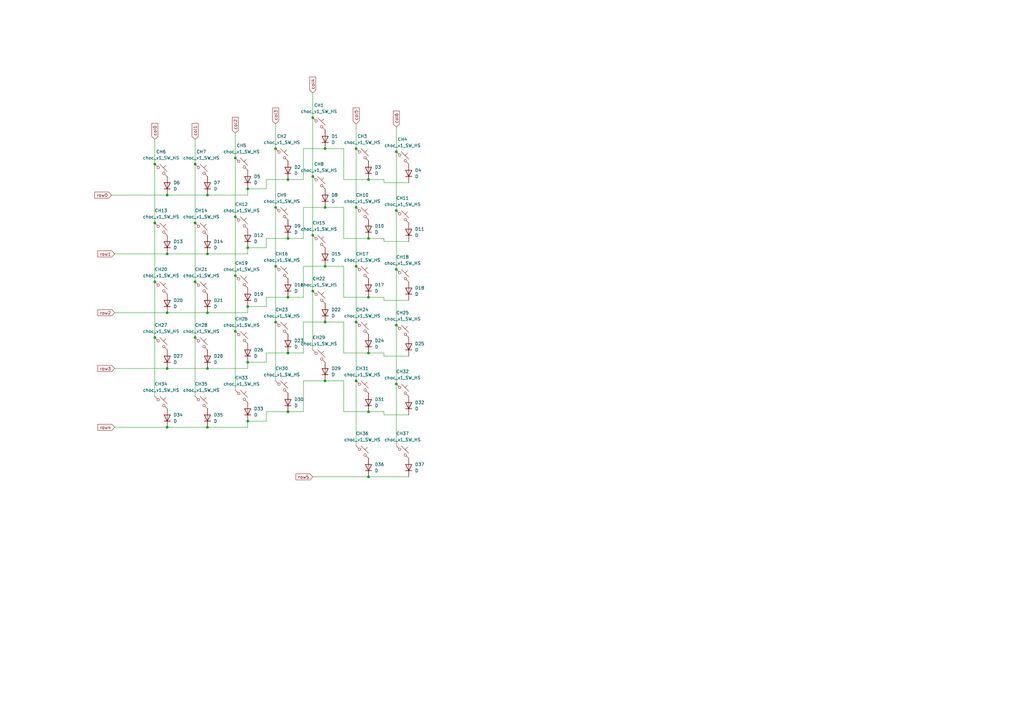
<source format=kicad_sch>
(kicad_sch (version 20231120) (generator "eeschema") (generator_version "8.0")
  (paper "A3")
  (lib_symbols
    (symbol "Device:D" (pin_numbers hide) (pin_names (offset 1.016) hide)
      (property "Reference" "D" (at 0 2.54 0))
      (property "Value" "D" (at 0 -2.54 0))
      (symbol "D_0_1"
        (polyline (pts (xy -1.27 1.27) (xy -1.27 -1.27)) (stroke (width 0.254)))
        (polyline (pts (xy 1.27 0) (xy -1.27 0)))
        (polyline (pts (xy 1.27 1.27) (xy 1.27 -1.27) (xy -1.27 0) (xy 1.27 1.27)) (stroke (width 0.254)))
      )
      (symbol "D_1_1"
        (pin passive line (at -3.81 0 0) (length 2.54) (name "K") (number "1"))
        (pin passive line (at 3.81 0 180) (length 2.54) (name "A") (number "2"))
      )
    )
    (symbol "PCM_marbastlib-choc:choc_v1_SW_HS_CPG135001S30" (pin_numbers hide) (pin_names (offset 1.016) hide)
      (property "Reference" "CH" (at 3.048 1.016 0))
      (property "Value" "choc_v1_SW_HS" (at 0 -3.81 0))
      (symbol "choc_v1_SW_HS_CPG135001S30_0_1"
        (circle (center -1.1684 1.1684) (radius 0.508))
        (polyline (pts (xy -0.508 2.54) (xy 2.54 -0.508)))
        (polyline (pts (xy 1.016 1.016) (xy 2.032 2.032)))
        (polyline (pts (xy -2.54 2.54) (xy -1.524 1.524) (xy -1.524 1.524)))
        (polyline (pts (xy 1.524 -1.524) (xy 2.54 -2.54) (xy 2.54 -2.54) (xy 2.54 -2.54)))
        (circle (center 1.143 -1.1938) (radius 0.508))
        (pin passive line (at -2.54 2.54 0) (length 0) (name "1") (number "1"))
        (pin passive line (at 2.54 -2.54 180) (length 0) (name "2") (number "2"))
      )
    )
  )
  (junction (at 80.01 115.57))
  (junction (at 118.11 121.92))
  (junction (at 96.52 113.03))
  (junction (at 146.05 132.08))
  (junction (at 133.35 109.22))
  (junction (at 118.11 168.91))
  (junction (at 128.27 96.52))
  (junction (at 151.13 73.66))
  (junction (at 118.11 144.78))
  (junction (at 96.52 64.77))
  (junction (at 68.58 175.26))
  (junction (at 80.01 91.44))
  (junction (at 68.58 80.01))
  (junction (at 96.52 88.9))
  (junction (at 85.09 80.01))
  (junction (at 113.03 109.22))
  (junction (at 162.56 157.48))
  (junction (at 133.35 132.08))
  (junction (at 128.27 119.38))
  (junction (at 63.5 115.57))
  (junction (at 80.01 67.31))
  (junction (at 101.6 77.47))
  (junction (at 133.35 156.21))
  (junction (at 146.05 109.22))
  (junction (at 162.56 133.35))
  (junction (at 162.56 86.36))
  (junction (at 151.13 195.58))
  (junction (at 151.13 121.92))
  (junction (at 133.35 60.96))
  (junction (at 68.58 104.14))
  (junction (at 101.6 101.6))
  (junction (at 128.27 48.26))
  (junction (at 63.5 67.31))
  (junction (at 146.05 60.96))
  (junction (at 63.5 138.43))
  (junction (at 101.6 125.73))
  (junction (at 68.58 151.13))
  (junction (at 113.03 132.08))
  (junction (at 101.6 172.72))
  (junction (at 85.09 175.26))
  (junction (at 96.52 135.89))
  (junction (at 68.58 128.27))
  (junction (at 151.13 168.91))
  (junction (at 162.56 110.49))
  (junction (at 118.11 97.79))
  (junction (at 85.09 128.27))
  (junction (at 146.05 156.21))
  (junction (at 63.5 91.44))
  (junction (at 101.6 148.59))
  (junction (at 146.05 85.09))
  (junction (at 151.13 97.79))
  (junction (at 118.11 73.66))
  (junction (at 80.01 138.43))
  (junction (at 162.56 62.23))
  (junction (at 113.03 60.96))
  (junction (at 113.03 85.09))
  (junction (at 151.13 144.78))
  (junction (at 85.09 151.13))
  (junction (at 128.27 72.39))
  (junction (at 133.35 85.09))
  (junction (at 85.09 104.14))
  (wire (pts (xy 101.6 175.26) (xy 101.6 172.72)))
  (wire (pts (xy 162.56 110.49) (xy 162.56 133.35)))
  (wire (pts (xy 109.22 148.59) (xy 109.22 144.78)))
  (wire (pts (xy 124.46 156.21) (xy 133.35 156.21)))
  (wire (pts (xy 109.22 73.66) (xy 118.11 73.66)))
  (wire (pts (xy 85.09 151.13) (xy 101.6 151.13)))
  (wire (pts (xy 109.22 101.6) (xy 109.22 97.79)))
  (wire (pts (xy 151.13 121.92) (xy 157.48 121.92)))
  (wire (pts (xy 133.35 156.21) (xy 140.97 156.21)))
  (wire (pts (xy 133.35 109.22) (xy 140.97 109.22)))
  (wire (pts (xy 124.46 97.79) (xy 124.46 85.09)))
  (wire (pts (xy 101.6 101.6) (xy 109.22 101.6)))
  (wire (pts (xy 157.48 121.92) (xy 157.48 123.19)))
  (wire (pts (xy 128.27 119.38) (xy 128.27 143.51)))
  (wire (pts (xy 157.48 99.06) (xy 167.64 99.06)))
  (wire (pts (xy 109.22 97.79) (xy 118.11 97.79)))
  (wire (pts (xy 124.46 73.66) (xy 124.46 60.96)))
  (wire (pts (xy 85.09 175.26) (xy 101.6 175.26)))
  (wire (pts (xy 63.5 57.15) (xy 63.5 67.31)))
  (wire (pts (xy 140.97 73.66) (xy 151.13 73.66)))
  (wire (pts (xy 101.6 104.14) (xy 101.6 101.6)))
  (wire (pts (xy 109.22 125.73) (xy 109.22 121.92)))
  (wire (pts (xy 124.46 85.09) (xy 133.35 85.09)))
  (wire (pts (xy 162.56 157.48) (xy 162.56 182.88)))
  (wire (pts (xy 146.05 85.09) (xy 146.05 109.22)))
  (wire (pts (xy 101.6 172.72) (xy 109.22 172.72)))
  (wire (pts (xy 101.6 128.27) (xy 101.6 125.73)))
  (wire (pts (xy 140.97 144.78) (xy 151.13 144.78)))
  (wire (pts (xy 63.5 67.31) (xy 63.5 91.44)))
  (wire (pts (xy 162.56 52.07) (xy 162.56 62.23)))
  (wire (pts (xy 157.48 73.66) (xy 157.48 74.93)))
  (wire (pts (xy 118.11 168.91) (xy 124.46 168.91)))
  (wire (pts (xy 113.03 85.09) (xy 113.03 109.22)))
  (wire (pts (xy 96.52 54.61) (xy 96.52 64.77)))
  (wire (pts (xy 124.46 144.78) (xy 124.46 132.08)))
  (wire (pts (xy 63.5 115.57) (xy 63.5 138.43)))
  (wire (pts (xy 146.05 60.96) (xy 146.05 85.09)))
  (wire (pts (xy 124.46 168.91) (xy 124.46 156.21)))
  (wire (pts (xy 140.97 132.08) (xy 140.97 144.78)))
  (wire (pts (xy 68.58 80.01) (xy 85.09 80.01)))
  (wire (pts (xy 151.13 144.78) (xy 157.48 144.78)))
  (wire (pts (xy 162.56 133.35) (xy 162.56 157.48)))
  (wire (pts (xy 118.11 73.66) (xy 124.46 73.66)))
  (wire (pts (xy 162.56 62.23) (xy 162.56 86.36)))
  (wire (pts (xy 157.48 97.79) (xy 157.48 99.06)))
  (wire (pts (xy 118.11 97.79) (xy 124.46 97.79)))
  (wire (pts (xy 128.27 48.26) (xy 128.27 72.39)))
  (wire (pts (xy 157.48 170.18) (xy 167.64 170.18)))
  (wire (pts (xy 109.22 172.72) (xy 109.22 168.91)))
  (wire (pts (xy 68.58 151.13) (xy 85.09 151.13)))
  (wire (pts (xy 109.22 121.92) (xy 118.11 121.92)))
  (wire (pts (xy 124.46 132.08) (xy 133.35 132.08)))
  (wire (pts (xy 80.01 138.43) (xy 80.01 162.56)))
  (wire (pts (xy 68.58 104.14) (xy 85.09 104.14)))
  (wire (pts (xy 133.35 85.09) (xy 140.97 85.09)))
  (wire (pts (xy 146.05 109.22) (xy 146.05 132.08)))
  (wire (pts (xy 109.22 168.91) (xy 118.11 168.91)))
  (wire (pts (xy 46.99 104.14) (xy 68.58 104.14)))
  (wire (pts (xy 157.48 144.78) (xy 157.48 146.05)))
  (wire (pts (xy 80.01 115.57) (xy 80.01 138.43)))
  (wire (pts (xy 96.52 64.77) (xy 96.52 88.9)))
  (wire (pts (xy 113.03 109.22) (xy 113.03 132.08)))
  (wire (pts (xy 151.13 73.66) (xy 157.48 73.66)))
  (wire (pts (xy 46.99 128.27) (xy 68.58 128.27)))
  (wire (pts (xy 85.09 80.01) (xy 101.6 80.01)))
  (wire (pts (xy 68.58 128.27) (xy 85.09 128.27)))
  (wire (pts (xy 151.13 168.91) (xy 157.48 168.91)))
  (wire (pts (xy 109.22 144.78) (xy 118.11 144.78)))
  (wire (pts (xy 140.97 168.91) (xy 151.13 168.91)))
  (wire (pts (xy 101.6 151.13) (xy 101.6 148.59)))
  (wire (pts (xy 96.52 113.03) (xy 96.52 135.89)))
  (wire (pts (xy 80.01 91.44) (xy 80.01 115.57)))
  (wire (pts (xy 45.72 80.01) (xy 68.58 80.01)))
  (wire (pts (xy 128.27 38.1) (xy 128.27 48.26)))
  (wire (pts (xy 151.13 195.58) (xy 167.64 195.58)))
  (wire (pts (xy 128.27 96.52) (xy 128.27 119.38)))
  (wire (pts (xy 118.11 121.92) (xy 124.46 121.92)))
  (wire (pts (xy 80.01 67.31) (xy 80.01 91.44)))
  (wire (pts (xy 133.35 132.08) (xy 140.97 132.08)))
  (wire (pts (xy 157.48 168.91) (xy 157.48 170.18)))
  (wire (pts (xy 113.03 132.08) (xy 113.03 156.21)))
  (wire (pts (xy 128.27 72.39) (xy 128.27 96.52)))
  (wire (pts (xy 140.97 156.21) (xy 140.97 168.91)))
  (wire (pts (xy 46.99 175.26) (xy 68.58 175.26)))
  (wire (pts (xy 85.09 128.27) (xy 101.6 128.27)))
  (wire (pts (xy 128.27 195.58) (xy 151.13 195.58)))
  (wire (pts (xy 124.46 109.22) (xy 133.35 109.22)))
  (wire (pts (xy 101.6 148.59) (xy 109.22 148.59)))
  (wire (pts (xy 157.48 123.19) (xy 167.64 123.19)))
  (wire (pts (xy 96.52 135.89) (xy 96.52 160.02)))
  (wire (pts (xy 133.35 60.96) (xy 140.97 60.96)))
  (wire (pts (xy 151.13 97.79) (xy 157.48 97.79)))
  (wire (pts (xy 124.46 60.96) (xy 133.35 60.96)))
  (wire (pts (xy 96.52 88.9) (xy 96.52 113.03)))
  (wire (pts (xy 118.11 144.78) (xy 124.46 144.78)))
  (wire (pts (xy 113.03 60.96) (xy 113.03 85.09)))
  (wire (pts (xy 63.5 138.43) (xy 63.5 162.56)))
  (wire (pts (xy 109.22 77.47) (xy 109.22 73.66)))
  (wire (pts (xy 124.46 121.92) (xy 124.46 109.22)))
  (wire (pts (xy 68.58 175.26) (xy 85.09 175.26)))
  (wire (pts (xy 85.09 104.14) (xy 101.6 104.14)))
  (wire (pts (xy 162.56 86.36) (xy 162.56 110.49)))
  (wire (pts (xy 140.97 97.79) (xy 151.13 97.79)))
  (wire (pts (xy 146.05 132.08) (xy 146.05 156.21)))
  (wire (pts (xy 140.97 85.09) (xy 140.97 97.79)))
  (wire (pts (xy 63.5 91.44) (xy 63.5 115.57)))
  (wire (pts (xy 146.05 156.21) (xy 146.05 182.88)))
  (wire (pts (xy 101.6 77.47) (xy 109.22 77.47)))
  (wire (pts (xy 101.6 125.73) (xy 109.22 125.73)))
  (wire (pts (xy 157.48 74.93) (xy 167.64 74.93)))
  (wire (pts (xy 46.99 151.13) (xy 68.58 151.13)))
  (wire (pts (xy 140.97 109.22) (xy 140.97 121.92)))
  (wire (pts (xy 146.05 50.8) (xy 146.05 60.96)))
  (wire (pts (xy 140.97 121.92) (xy 151.13 121.92)))
  (wire (pts (xy 113.03 50.8) (xy 113.03 60.96)))
  (wire (pts (xy 157.48 146.05) (xy 167.64 146.05)))
  (wire (pts (xy 80.01 57.15) (xy 80.01 67.31)))
  (wire (pts (xy 101.6 80.01) (xy 101.6 77.47)))
  (wire (pts (xy 140.97 60.96) (xy 140.97 73.66)))
  (global_label "col3" (shape input) (at 113.03 50.8 90) (property "Intersheetrefs" "${INTERSHEET_REFS}" (effects (hide yes))))
  (global_label "col1" (shape input) (at 80.01 57.15 90) (property "Intersheetrefs" "${INTERSHEET_REFS}" (effects (hide yes))))
  (global_label "col4" (shape input) (at 128.27 38.1 90) (property "Intersheetrefs" "${INTERSHEET_REFS}" (effects (hide yes))))
  (global_label "row0" (shape input) (at 45.72 80.01 180) (property "Intersheetrefs" "${INTERSHEET_REFS}" (effects (hide yes))))
  (global_label "row5" (shape input) (at 128.27 195.58 180) (property "Intersheetrefs" "${INTERSHEET_REFS}" (effects (hide yes))))
  (global_label "col2" (shape input) (at 96.52 54.61 90) (property "Intersheetrefs" "${INTERSHEET_REFS}" (effects (hide yes))))
  (global_label "row2" (shape input) (at 46.99 128.27 180) (property "Intersheetrefs" "${INTERSHEET_REFS}" (effects (hide yes))))
  (global_label "col5" (shape input) (at 146.05 50.8 90) (property "Intersheetrefs" "${INTERSHEET_REFS}" (effects (hide yes))))
  (global_label "col6" (shape input) (at 162.56 52.07 90) (property "Intersheetrefs" "${INTERSHEET_REFS}" (effects (hide yes))))
  (global_label "col0" (shape input) (at 63.5 57.15 90) (property "Intersheetrefs" "${INTERSHEET_REFS}" (effects (hide yes))))
  (global_label "row1" (shape input) (at 46.99 104.14 180) (property "Intersheetrefs" "${INTERSHEET_REFS}" (effects (hide yes))))
  (global_label "row4" (shape input) (at 46.99 175.26 180) (property "Intersheetrefs" "${INTERSHEET_REFS}" (effects (hide yes))))
  (global_label "row3" (shape input) (at 46.99 151.13 180) (property "Intersheetrefs" "${INTERSHEET_REFS}" (effects (hide yes))))
  (symbol (lib_id "PCM_marbastlib-choc:choc_v1_SW_HS_CPG135001S30") (at 165.1 64.77 0) (unit 1)
    (property "Reference" "CH4" (at 165.1 57.15 0))
    (property "Value" "choc_v1_SW_HS" (at 165.1 59.69 0))
    (property "Footprint" "PCM_marbastlib-choc:SW_choc_v1_HS_CPG135001S30_1u" (effects (hide yes)))
    (property "Description" "Push button switch, normally open, two pins, 45° tilted" (effects (hide yes)))
  )
  (symbol (lib_id "PCM_marbastlib-choc:choc_v1_SW_HS_CPG135001S30") (at 165.1 185.42 0) (unit 1)
    (property "Reference" "CH37" (at 165.1 177.8 0))
    (property "Value" "choc_v1_SW_HS" (at 165.1 180.34 0))
    (property "Footprint" "PCM_marbastlib-choc:SW_choc_v1_HS_CPG135001S30_1.5u" (effects (hide yes)))
    (property "Description" "Push button switch, normally open, two pins, 45° tilted" (effects (hide yes)))
  )
  (symbol (lib_id "Device:D") (at 118.11 140.97 90) (unit 1)
    (property "Reference" "D23" (at 120.65 139.6999 90) (effects (justify right)))
    (property "Value" "D" (at 120.65 142.2399 90) (effects (justify right)))
    (property "Footprint" "Diode_SMD:D_SOD-123" (effects (hide yes)))
    (property "Description" "Diode" (effects (hide yes)))
    (property "Sim.Device" "D" (effects (hide yes)))
    (property "Sim.Pins" "1=K 2=A" (effects (hide yes)))
  )
  (symbol (lib_id "Device:D") (at 151.13 93.98 90) (unit 1)
    (property "Reference" "D10" (at 153.67 92.7099 90) (effects (justify right)))
    (property "Value" "D" (at 153.67 95.2499 90) (effects (justify right)))
    (property "Footprint" "Diode_SMD:D_SOD-123" (effects (hide yes)))
    (property "Description" "Diode" (effects (hide yes)))
    (property "Sim.Device" "D" (effects (hide yes)))
    (property "Sim.Pins" "1=K 2=A" (effects (hide yes)))
  )
  (symbol (lib_id "Device:D") (at 85.09 147.32 90) (unit 1)
    (property "Reference" "D28" (at 87.63 146.0499 90) (effects (justify right)))
    (property "Value" "D" (at 87.63 148.5899 90) (effects (justify right)))
    (property "Footprint" "Diode_SMD:D_SOD-123" (effects (hide yes)))
    (property "Description" "Diode" (effects (hide yes)))
    (property "Sim.Device" "D" (effects (hide yes)))
    (property "Sim.Pins" "1=K 2=A" (effects (hide yes)))
  )
  (symbol (lib_id "PCM_marbastlib-choc:choc_v1_SW_HS_CPG135001S30") (at 130.81 74.93 0) (unit 1)
    (property "Reference" "CH8" (at 130.81 67.31 0))
    (property "Value" "choc_v1_SW_HS" (at 130.81 69.85 0))
    (property "Footprint" "PCM_marbastlib-choc:SW_choc_v1_HS_CPG135001S30_1u" (effects (hide yes)))
    (property "Description" "Push button switch, normally open, two pins, 45° tilted" (effects (hide yes)))
  )
  (symbol (lib_id "Device:D") (at 68.58 124.46 90) (unit 1)
    (property "Reference" "D20" (at 71.12 123.1899 90) (effects (justify right)))
    (property "Value" "D" (at 71.12 125.7299 90) (effects (justify right)))
    (property "Footprint" "Diode_SMD:D_SOD-123" (effects (hide yes)))
    (property "Description" "Diode" (effects (hide yes)))
    (property "Sim.Device" "D" (effects (hide yes)))
    (property "Sim.Pins" "1=K 2=A" (effects (hide yes)))
  )
  (symbol (lib_id "PCM_marbastlib-choc:choc_v1_SW_HS_CPG135001S30") (at 99.06 162.56 0) (unit 1)
    (property "Reference" "CH33" (at 99.06 154.94 0))
    (property "Value" "choc_v1_SW_HS" (at 99.06 157.48 0))
    (property "Footprint" "PCM_marbastlib-choc:SW_choc_v1_HS_CPG135001S30_1u" (effects (hide yes)))
    (property "Description" "Push button switch, normally open, two pins, 45° tilted" (effects (hide yes)))
  )
  (symbol (lib_id "PCM_marbastlib-choc:choc_v1_SW_HS_CPG135001S30") (at 99.06 91.44 0) (unit 1)
    (property "Reference" "CH12" (at 99.06 83.82 0))
    (property "Value" "choc_v1_SW_HS" (at 99.06 86.36 0))
    (property "Footprint" "PCM_marbastlib-choc:SW_choc_v1_HS_CPG135001S30_1u" (effects (hide yes)))
    (property "Description" "Push button switch, normally open, two pins, 45° tilted" (effects (hide yes)))
  )
  (symbol (lib_id "Device:D") (at 101.6 144.78 90) (unit 1)
    (property "Reference" "D26" (at 104.14 143.5099 90) (effects (justify right)))
    (property "Value" "D" (at 104.14 146.0499 90) (effects (justify right)))
    (property "Footprint" "Diode_SMD:D_SOD-123" (effects (hide yes)))
    (property "Description" "Diode" (effects (hide yes)))
    (property "Sim.Device" "D" (effects (hide yes)))
    (property "Sim.Pins" "1=K 2=A" (effects (hide yes)))
  )
  (symbol (lib_id "PCM_marbastlib-choc:choc_v1_SW_HS_CPG135001S30") (at 165.1 160.02 0) (unit 1)
    (property "Reference" "CH32" (at 165.1 152.4 0))
    (property "Value" "choc_v1_SW_HS" (at 165.1 154.94 0))
    (property "Footprint" "PCM_marbastlib-choc:SW_choc_v1_HS_CPG135001S30_1u" (effects (hide yes)))
    (property "Description" "Push button switch, normally open, two pins, 45° tilted" (effects (hide yes)))
  )
  (symbol (lib_id "Device:D") (at 167.64 166.37 90) (unit 1)
    (property "Reference" "D32" (at 170.18 165.0999 90) (effects (justify right)))
    (property "Value" "D" (at 170.18 167.6399 90) (effects (justify right)))
    (property "Footprint" "Diode_SMD:D_SOD-123" (effects (hide yes)))
    (property "Description" "Diode" (effects (hide yes)))
    (property "Sim.Device" "D" (effects (hide yes)))
    (property "Sim.Pins" "1=K 2=A" (effects (hide yes)))
  )
  (symbol (lib_id "PCM_marbastlib-choc:choc_v1_SW_HS_CPG135001S30") (at 130.81 50.8 0) (unit 1)
    (property "Reference" "CH1" (at 130.81 43.18 0))
    (property "Value" "choc_v1_SW_HS" (at 130.81 45.72 0))
    (property "Footprint" "PCM_marbastlib-choc:SW_choc_v1_HS_CPG135001S30_1u" (effects (hide yes)))
    (property "Description" "Push button switch, normally open, two pins, 45° tilted" (effects (hide yes)))
  )
  (symbol (lib_id "PCM_marbastlib-choc:choc_v1_SW_HS_CPG135001S30") (at 148.59 158.75 0) (unit 1)
    (property "Reference" "CH31" (at 148.59 151.13 0))
    (property "Value" "choc_v1_SW_HS" (at 148.59 153.67 0))
    (property "Footprint" "PCM_marbastlib-choc:SW_choc_v1_HS_CPG135001S30_1u" (effects (hide yes)))
    (property "Description" "Push button switch, normally open, two pins, 45° tilted" (effects (hide yes)))
  )
  (symbol (lib_id "PCM_marbastlib-choc:choc_v1_SW_HS_CPG135001S30") (at 148.59 134.62 0) (unit 1)
    (property "Reference" "CH24" (at 148.59 127 0))
    (property "Value" "choc_v1_SW_HS" (at 148.59 129.54 0))
    (property "Footprint" "PCM_marbastlib-choc:SW_choc_v1_HS_CPG135001S30_1u" (effects (hide yes)))
    (property "Description" "Push button switch, normally open, two pins, 45° tilted" (effects (hide yes)))
  )
  (symbol (lib_id "Device:D") (at 167.64 119.38 90) (unit 1)
    (property "Reference" "D18" (at 170.18 118.1099 90) (effects (justify right)))
    (property "Value" "D" (at 170.18 120.6499 90) (effects (justify right)))
    (property "Footprint" "Diode_SMD:D_SOD-123" (effects (hide yes)))
    (property "Description" "Diode" (effects (hide yes)))
    (property "Sim.Device" "D" (effects (hide yes)))
    (property "Sim.Pins" "1=K 2=A" (effects (hide yes)))
  )
  (symbol (lib_id "PCM_marbastlib-choc:choc_v1_SW_HS_CPG135001S30") (at 130.81 99.06 0) (unit 1)
    (property "Reference" "CH15" (at 130.81 91.44 0))
    (property "Value" "choc_v1_SW_HS" (at 130.81 93.98 0))
    (property "Footprint" "PCM_marbastlib-choc:SW_choc_v1_HS_CPG135001S30_1u" (effects (hide yes)))
    (property "Description" "Push button switch, normally open, two pins, 45° tilted" (effects (hide yes)))
  )
  (symbol (lib_id "Device:D") (at 167.64 191.77 90) (unit 1)
    (property "Reference" "D37" (at 170.18 190.4999 90) (effects (justify right)))
    (property "Value" "D" (at 170.18 193.0399 90) (effects (justify right)))
    (property "Footprint" "Diode_SMD:D_SOD-123" (effects (hide yes)))
    (property "Description" "Diode" (effects (hide yes)))
    (property "Sim.Device" "D" (effects (hide yes)))
    (property "Sim.Pins" "1=K 2=A" (effects (hide yes)))
  )
  (symbol (lib_id "Device:D") (at 167.64 95.25 90) (unit 1)
    (property "Reference" "D11" (at 170.18 93.9799 90) (effects (justify right)))
    (property "Value" "D" (at 170.18 96.5199 90) (effects (justify right)))
    (property "Footprint" "Diode_SMD:D_SOD-123" (effects (hide yes)))
    (property "Description" "Diode" (effects (hide yes)))
    (property "Sim.Device" "D" (effects (hide yes)))
    (property "Sim.Pins" "1=K 2=A" (effects (hide yes)))
  )
  (symbol (lib_id "Device:D") (at 118.11 118.11 90) (unit 1)
    (property "Reference" "D16" (at 120.65 116.8399 90) (effects (justify right)))
    (property "Value" "D" (at 120.65 119.3799 90) (effects (justify right)))
    (property "Footprint" "Diode_SMD:D_SOD-123" (effects (hide yes)))
    (property "Description" "Diode" (effects (hide yes)))
    (property "Sim.Device" "D" (effects (hide yes)))
    (property "Sim.Pins" "1=K 2=A" (effects (hide yes)))
  )
  (symbol (lib_id "Device:D") (at 133.35 152.4 90) (unit 1)
    (property "Reference" "D29" (at 135.89 151.1299 90) (effects (justify right)))
    (property "Value" "D" (at 135.89 153.6699 90) (effects (justify right)))
    (property "Footprint" "Diode_SMD:D_SOD-123" (effects (hide yes)))
    (property "Description" "Diode" (effects (hide yes)))
    (property "Sim.Device" "D" (effects (hide yes)))
    (property "Sim.Pins" "1=K 2=A" (effects (hide yes)))
  )
  (symbol (lib_id "Device:D") (at 85.09 76.2 90) (unit 1)
    (property "Reference" "D7" (at 87.63 74.9299 90) (effects (justify right)))
    (property "Value" "D" (at 87.63 77.4699 90) (effects (justify right)))
    (property "Footprint" "Diode_SMD:D_SOD-123" (effects (hide yes)))
    (property "Description" "Diode" (effects (hide yes)))
    (property "Sim.Device" "D" (effects (hide yes)))
    (property "Sim.Pins" "1=K 2=A" (effects (hide yes)))
  )
  (symbol (lib_id "Device:D") (at 68.58 171.45 90) (unit 1)
    (property "Reference" "D34" (at 71.12 170.1799 90) (effects (justify right)))
    (property "Value" "D" (at 71.12 172.7199 90) (effects (justify right)))
    (property "Footprint" "Diode_SMD:D_SOD-123" (effects (hide yes)))
    (property "Description" "Diode" (effects (hide yes)))
    (property "Sim.Device" "D" (effects (hide yes)))
    (property "Sim.Pins" "1=K 2=A" (effects (hide yes)))
  )
  (symbol (lib_id "Device:D") (at 167.64 71.12 90) (unit 1)
    (property "Reference" "D4" (at 170.18 69.8499 90) (effects (justify right)))
    (property "Value" "D" (at 170.18 72.3899 90) (effects (justify right)))
    (property "Footprint" "Diode_SMD:D_SOD-123" (effects (hide yes)))
    (property "Description" "Diode" (effects (hide yes)))
    (property "Sim.Device" "D" (effects (hide yes)))
    (property "Sim.Pins" "1=K 2=A" (effects (hide yes)))
  )
  (symbol (lib_id "Device:D") (at 118.11 69.85 90) (unit 1)
    (property "Reference" "D2" (at 120.65 68.5799 90) (effects (justify right)))
    (property "Value" "D" (at 120.65 71.1199 90) (effects (justify right)))
    (property "Footprint" "Diode_SMD:D_SOD-123" (effects (hide yes)))
    (property "Description" "Diode" (effects (hide yes)))
    (property "Sim.Device" "D" (effects (hide yes)))
    (property "Sim.Pins" "1=K 2=A" (effects (hide yes)))
  )
  (symbol (lib_id "PCM_marbastlib-choc:choc_v1_SW_HS_CPG135001S30") (at 148.59 111.76 0) (unit 1)
    (property "Reference" "CH17" (at 148.59 104.14 0))
    (property "Value" "choc_v1_SW_HS" (at 148.59 106.68 0))
    (property "Footprint" "PCM_marbastlib-choc:SW_choc_v1_HS_CPG135001S30_1u" (effects (hide yes)))
    (property "Description" "Push button switch, normally open, two pins, 45° tilted" (effects (hide yes)))
  )
  (symbol (lib_id "PCM_marbastlib-choc:choc_v1_SW_HS_CPG135001S30") (at 99.06 138.43 0) (unit 1)
    (property "Reference" "CH26" (at 99.06 130.81 0))
    (property "Value" "choc_v1_SW_HS" (at 99.06 133.35 0))
    (property "Footprint" "PCM_marbastlib-choc:SW_choc_v1_HS_CPG135001S30_1u" (effects (hide yes)))
    (property "Description" "Push button switch, normally open, two pins, 45° tilted" (effects (hide yes)))
  )
  (symbol (lib_id "PCM_marbastlib-choc:choc_v1_SW_HS_CPG135001S30") (at 115.57 111.76 0) (unit 1)
    (property "Reference" "CH16" (at 115.57 104.14 0))
    (property "Value" "choc_v1_SW_HS" (at 115.57 106.68 0))
    (property "Footprint" "PCM_marbastlib-choc:SW_choc_v1_HS_CPG135001S30_1u" (effects (hide yes)))
    (property "Description" "Push button switch, normally open, two pins, 45° tilted" (effects (hide yes)))
  )
  (symbol (lib_id "PCM_marbastlib-choc:choc_v1_SW_HS_CPG135001S30") (at 82.55 93.98 0) (unit 1)
    (property "Reference" "CH14" (at 82.55 86.36 0))
    (property "Value" "choc_v1_SW_HS" (at 82.55 88.9 0))
    (property "Footprint" "PCM_marbastlib-choc:SW_choc_v1_HS_CPG135001S30_1.5u" (effects (hide yes)))
    (property "Description" "Push button switch, normally open, two pins, 45° tilted" (effects (hide yes)))
  )
  (symbol (lib_id "PCM_marbastlib-choc:choc_v1_SW_HS_CPG135001S30") (at 66.04 118.11 0) (unit 1)
    (property "Reference" "CH20" (at 66.04 110.49 0))
    (property "Value" "choc_v1_SW_HS" (at 66.04 113.03 0))
    (property "Footprint" "PCM_marbastlib-choc:SW_choc_v1_HS_CPG135001S30_1u" (effects (hide yes)))
    (property "Description" "Push button switch, normally open, two pins, 45° tilted" (effects (hide yes)))
  )
  (symbol (lib_id "Device:D") (at 101.6 73.66 90) (unit 1)
    (property "Reference" "D5" (at 104.14 72.3899 90) (effects (justify right)))
    (property "Value" "D" (at 104.14 74.9299 90) (effects (justify right)))
    (property "Footprint" "Diode_SMD:D_SOD-123" (effects (hide yes)))
    (property "Description" "Diode" (effects (hide yes)))
    (property "Sim.Device" "D" (effects (hide yes)))
    (property "Sim.Pins" "1=K 2=A" (effects (hide yes)))
  )
  (symbol (lib_id "PCM_marbastlib-choc:choc_v1_SW_HS_CPG135001S30") (at 99.06 67.31 0) (unit 1)
    (property "Reference" "CH5" (at 99.06 59.69 0))
    (property "Value" "choc_v1_SW_HS" (at 99.06 62.23 0))
    (property "Footprint" "PCM_marbastlib-choc:SW_choc_v1_HS_CPG135001S30_1u" (effects (hide yes)))
    (property "Description" "Push button switch, normally open, two pins, 45° tilted" (effects (hide yes)))
  )
  (symbol (lib_id "PCM_marbastlib-choc:choc_v1_SW_HS_CPG135001S30") (at 165.1 135.89 0) (unit 1)
    (property "Reference" "CH25" (at 165.1 128.27 0))
    (property "Value" "choc_v1_SW_HS" (at 165.1 130.81 0))
    (property "Footprint" "PCM_marbastlib-choc:SW_choc_v1_HS_CPG135001S30_1u" (effects (hide yes)))
    (property "Description" "Push button switch, normally open, two pins, 45° tilted" (effects (hide yes)))
  )
  (symbol (lib_id "PCM_marbastlib-choc:choc_v1_SW_HS_CPG135001S30") (at 148.59 87.63 0) (unit 1)
    (property "Reference" "CH10" (at 148.59 80.01 0))
    (property "Value" "choc_v1_SW_HS" (at 148.59 82.55 0))
    (property "Footprint" "PCM_marbastlib-choc:SW_choc_v1_HS_CPG135001S30_1u" (effects (hide yes)))
    (property "Description" "Push button switch, normally open, two pins, 45° tilted" (effects (hide yes)))
  )
  (symbol (lib_id "Device:D") (at 101.6 97.79 90) (unit 1)
    (property "Reference" "D12" (at 104.14 96.5199 90) (effects (justify right)))
    (property "Value" "D" (at 104.14 99.0599 90) (effects (justify right)))
    (property "Footprint" "Diode_SMD:D_SOD-123" (effects (hide yes)))
    (property "Description" "Diode" (effects (hide yes)))
    (property "Sim.Device" "D" (effects (hide yes)))
    (property "Sim.Pins" "1=K 2=A" (effects (hide yes)))
  )
  (symbol (lib_id "Device:D") (at 151.13 118.11 90) (unit 1)
    (property "Reference" "D17" (at 153.67 116.8399 90) (effects (justify right)))
    (property "Value" "D" (at 153.67 119.3799 90) (effects (justify right)))
    (property "Footprint" "Diode_SMD:D_SOD-123" (effects (hide yes)))
    (property "Description" "Diode" (effects (hide yes)))
    (property "Sim.Device" "D" (effects (hide yes)))
    (property "Sim.Pins" "1=K 2=A" (effects (hide yes)))
  )
  (symbol (lib_id "Device:D") (at 118.11 93.98 90) (unit 1)
    (property "Reference" "D9" (at 120.65 92.7099 90) (effects (justify right)))
    (property "Value" "D" (at 120.65 95.2499 90) (effects (justify right)))
    (property "Footprint" "Diode_SMD:D_SOD-123" (effects (hide yes)))
    (property "Description" "Diode" (effects (hide yes)))
    (property "Sim.Device" "D" (effects (hide yes)))
    (property "Sim.Pins" "1=K 2=A" (effects (hide yes)))
  )
  (symbol (lib_id "PCM_marbastlib-choc:choc_v1_SW_HS_CPG135001S30") (at 66.04 165.1 0) (unit 1)
    (property "Reference" "CH34" (at 66.04 157.48 0))
    (property "Value" "choc_v1_SW_HS" (at 66.04 160.02 0))
    (property "Footprint" "PCM_marbastlib-choc:SW_choc_v1_HS_CPG135001S30_1u" (effects (hide yes)))
    (property "Description" "Push button switch, normally open, two pins, 45° tilted" (effects (hide yes)))
  )
  (symbol (lib_id "Device:D") (at 118.11 165.1 90) (unit 1)
    (property "Reference" "D30" (at 120.65 163.8299 90) (effects (justify right)))
    (property "Value" "D" (at 120.65 166.3699 90) (effects (justify right)))
    (property "Footprint" "Diode_SMD:D_SOD-123" (effects (hide yes)))
    (property "Description" "Diode" (effects (hide yes)))
    (property "Sim.Device" "D" (effects (hide yes)))
    (property "Sim.Pins" "1=K 2=A" (effects (hide yes)))
  )
  (symbol (lib_id "Device:D") (at 68.58 100.33 90) (unit 1)
    (property "Reference" "D13" (at 71.12 99.0599 90) (effects (justify right)))
    (property "Value" "D" (at 71.12 101.5999 90) (effects (justify right)))
    (property "Footprint" "Diode_SMD:D_SOD-123" (effects (hide yes)))
    (property "Description" "Diode" (effects (hide yes)))
    (property "Sim.Device" "D" (effects (hide yes)))
    (property "Sim.Pins" "1=K 2=A" (effects (hide yes)))
  )
  (symbol (lib_id "Device:D") (at 68.58 76.2 90) (unit 1)
    (property "Reference" "D6" (at 71.12 74.9299 90) (effects (justify right)))
    (property "Value" "D" (at 71.12 77.4699 90) (effects (justify right)))
    (property "Footprint" "Diode_SMD:D_SOD-123" (effects (hide yes)))
    (property "Description" "Diode" (effects (hide yes)))
    (property "Sim.Device" "D" (effects (hide yes)))
    (property "Sim.Pins" "1=K 2=A" (effects (hide yes)))
  )
  (symbol (lib_id "Device:D") (at 85.09 124.46 90) (unit 1)
    (property "Reference" "D21" (at 87.63 123.1899 90) (effects (justify right)))
    (property "Value" "D" (at 87.63 125.7299 90) (effects (justify right)))
    (property "Footprint" "Diode_SMD:D_SOD-123" (effects (hide yes)))
    (property "Description" "Diode" (effects (hide yes)))
    (property "Sim.Device" "D" (effects (hide yes)))
    (property "Sim.Pins" "1=K 2=A" (effects (hide yes)))
  )
  (symbol (lib_id "PCM_marbastlib-choc:choc_v1_SW_HS_CPG135001S30") (at 82.55 118.11 0) (unit 1)
    (property "Reference" "CH21" (at 82.55 110.49 0))
    (property "Value" "choc_v1_SW_HS" (at 82.55 113.03 0))
    (property "Footprint" "PCM_marbastlib-choc:SW_choc_v1_HS_CPG135001S30_1.5u" (effects (hide yes)))
    (property "Description" "Push button switch, normally open, two pins, 45° tilted" (effects (hide yes)))
  )
  (symbol (lib_id "PCM_marbastlib-choc:choc_v1_SW_HS_CPG135001S30") (at 130.81 146.05 0) (unit 1)
    (property "Reference" "CH29" (at 130.81 138.43 0))
    (property "Value" "choc_v1_SW_HS" (at 130.81 140.97 0))
    (property "Footprint" "PCM_marbastlib-choc:SW_choc_v1_HS_CPG135001S30_1u" (effects (hide yes)))
    (property "Description" "Push button switch, normally open, two pins, 45° tilted" (effects (hide yes)))
  )
  (symbol (lib_id "Device:D") (at 85.09 171.45 90) (unit 1)
    (property "Reference" "D35" (at 87.63 170.1799 90) (effects (justify right)))
    (property "Value" "D" (at 87.63 172.7199 90) (effects (justify right)))
    (property "Footprint" "Diode_SMD:D_SOD-123" (effects (hide yes)))
    (property "Description" "Diode" (effects (hide yes)))
    (property "Sim.Device" "D" (effects (hide yes)))
    (property "Sim.Pins" "1=K 2=A" (effects (hide yes)))
  )
  (symbol (lib_id "PCM_marbastlib-choc:choc_v1_SW_HS_CPG135001S30") (at 82.55 165.1 0) (unit 1)
    (property "Reference" "CH35" (at 82.55 157.48 0))
    (property "Value" "choc_v1_SW_HS" (at 82.55 160.02 0))
    (property "Footprint" "PCM_marbastlib-choc:SW_choc_v1_HS_CPG135001S30_1.5u" (effects (hide yes)))
    (property "Description" "Push button switch, normally open, two pins, 45° tilted" (effects (hide yes)))
  )
  (symbol (lib_id "PCM_marbastlib-choc:choc_v1_SW_HS_CPG135001S30") (at 130.81 121.92 0) (unit 1)
    (property "Reference" "CH22" (at 130.81 114.3 0))
    (property "Value" "choc_v1_SW_HS" (at 130.81 116.84 0))
    (property "Footprint" "PCM_marbastlib-choc:SW_choc_v1_HS_CPG135001S30_1u" (effects (hide yes)))
    (property "Description" "Push button switch, normally open, two pins, 45° tilted" (effects (hide yes)))
  )
  (symbol (lib_id "Device:D") (at 68.58 147.32 90) (unit 1)
    (property "Reference" "D27" (at 71.12 146.0499 90) (effects (justify right)))
    (property "Value" "D" (at 71.12 148.5899 90) (effects (justify right)))
    (property "Footprint" "Diode_SMD:D_SOD-123" (effects (hide yes)))
    (property "Description" "Diode" (effects (hide yes)))
    (property "Sim.Device" "D" (effects (hide yes)))
    (property "Sim.Pins" "1=K 2=A" (effects (hide yes)))
  )
  (symbol (lib_id "Device:D") (at 167.64 142.24 90) (unit 1)
    (property "Reference" "D25" (at 170.18 140.9699 90) (effects (justify right)))
    (property "Value" "D" (at 170.18 143.5099 90) (effects (justify right)))
    (property "Footprint" "Diode_SMD:D_SOD-123" (effects (hide yes)))
    (property "Description" "Diode" (effects (hide yes)))
    (property "Sim.Device" "D" (effects (hide yes)))
    (property "Sim.Pins" "1=K 2=A" (effects (hide yes)))
  )
  (symbol (lib_id "PCM_marbastlib-choc:choc_v1_SW_HS_CPG135001S30") (at 99.06 115.57 0) (unit 1)
    (property "Reference" "CH19" (at 99.06 107.95 0))
    (property "Value" "choc_v1_SW_HS" (at 99.06 110.49 0))
    (property "Footprint" "PCM_marbastlib-choc:SW_choc_v1_HS_CPG135001S30_1u" (effects (hide yes)))
    (property "Description" "Push button switch, normally open, two pins, 45° tilted" (effects (hide yes)))
  )
  (symbol (lib_id "PCM_marbastlib-choc:choc_v1_SW_HS_CPG135001S30") (at 148.59 185.42 0) (unit 1)
    (property "Reference" "CH36" (at 148.59 177.8 0))
    (property "Value" "choc_v1_SW_HS" (at 148.59 180.34 0))
    (property "Footprint" "PCM_marbastlib-choc:SW_choc_v1_HS_CPG135001S30_1.5u" (effects (hide yes)))
    (property "Description" "Push button switch, normally open, two pins, 45° tilted" (effects (hide yes)))
  )
  (symbol (lib_id "Device:D") (at 151.13 69.85 90) (unit 1)
    (property "Reference" "D3" (at 153.67 68.5799 90) (effects (justify right)))
    (property "Value" "D" (at 153.67 71.1199 90) (effects (justify right)))
    (property "Footprint" "Diode_SMD:D_SOD-123" (effects (hide yes)))
    (property "Description" "Diode" (effects (hide yes)))
    (property "Sim.Device" "D" (effects (hide yes)))
    (property "Sim.Pins" "1=K 2=A" (effects (hide yes)))
  )
  (symbol (lib_id "PCM_marbastlib-choc:choc_v1_SW_HS_CPG135001S30") (at 82.55 140.97 0) (unit 1)
    (property "Reference" "CH28" (at 82.55 133.35 0))
    (property "Value" "choc_v1_SW_HS" (at 82.55 135.89 0))
    (property "Footprint" "PCM_marbastlib-choc:SW_choc_v1_HS_CPG135001S30_1.5u" (effects (hide yes)))
    (property "Description" "Push button switch, normally open, two pins, 45° tilted" (effects (hide yes)))
  )
  (symbol (lib_id "PCM_marbastlib-choc:choc_v1_SW_HS_CPG135001S30") (at 115.57 134.62 0) (unit 1)
    (property "Reference" "CH23" (at 115.57 127 0))
    (property "Value" "choc_v1_SW_HS" (at 115.57 129.54 0))
    (property "Footprint" "PCM_marbastlib-choc:SW_choc_v1_HS_CPG135001S30_1u" (effects (hide yes)))
    (property "Description" "Push button switch, normally open, two pins, 45° tilted" (effects (hide yes)))
  )
  (symbol (lib_id "Device:D") (at 133.35 81.28 90) (unit 1)
    (property "Reference" "D8" (at 135.89 80.0099 90) (effects (justify right)))
    (property "Value" "D" (at 135.89 82.5499 90) (effects (justify right)))
    (property "Footprint" "Diode_SMD:D_SOD-123" (effects (hide yes)))
    (property "Description" "Diode" (effects (hide yes)))
    (property "Sim.Device" "D" (effects (hide yes)))
    (property "Sim.Pins" "1=K 2=A" (effects (hide yes)))
  )
  (symbol (lib_id "PCM_marbastlib-choc:choc_v1_SW_HS_CPG135001S30") (at 148.59 63.5 0) (unit 1)
    (property "Reference" "CH3" (at 148.59 55.88 0))
    (property "Value" "choc_v1_SW_HS" (at 148.59 58.42 0))
    (property "Footprint" "PCM_marbastlib-choc:SW_choc_v1_HS_CPG135001S30_1u" (effects (hide yes)))
    (property "Description" "Push button switch, normally open, two pins, 45° tilted" (effects (hide yes)))
  )
  (symbol (lib_id "PCM_marbastlib-choc:choc_v1_SW_HS_CPG135001S30") (at 115.57 63.5 0) (unit 1)
    (property "Reference" "CH2" (at 115.57 55.88 0))
    (property "Value" "choc_v1_SW_HS" (at 115.57 58.42 0))
    (property "Footprint" "PCM_marbastlib-choc:SW_choc_v1_HS_CPG135001S30_1u" (effects (hide yes)))
    (property "Description" "Push button switch, normally open, two pins, 45° tilted" (effects (hide yes)))
  )
  (symbol (lib_id "PCM_marbastlib-choc:choc_v1_SW_HS_CPG135001S30") (at 115.57 87.63 0) (unit 1)
    (property "Reference" "CH9" (at 115.57 80.01 0))
    (property "Value" "choc_v1_SW_HS" (at 115.57 82.55 0))
    (property "Footprint" "PCM_marbastlib-choc:SW_choc_v1_HS_CPG135001S30_1u" (effects (hide yes)))
    (property "Description" "Push button switch, normally open, two pins, 45° tilted" (effects (hide yes)))
  )
  (symbol (lib_id "PCM_marbastlib-choc:choc_v1_SW_HS_CPG135001S30") (at 115.57 158.75 0) (unit 1)
    (property "Reference" "CH30" (at 115.57 151.13 0))
    (property "Value" "choc_v1_SW_HS" (at 115.57 153.67 0))
    (property "Footprint" "PCM_marbastlib-choc:SW_choc_v1_HS_CPG135001S30_1u" (effects (hide yes)))
    (property "Description" "Push button switch, normally open, two pins, 45° tilted" (effects (hide yes)))
  )
  (symbol (lib_id "PCM_marbastlib-choc:choc_v1_SW_HS_CPG135001S30") (at 66.04 69.85 0) (unit 1)
    (property "Reference" "CH6" (at 66.04 62.23 0))
    (property "Value" "choc_v1_SW_HS" (at 66.04 64.77 0))
    (property "Footprint" "PCM_marbastlib-choc:SW_choc_v1_HS_CPG135001S30_1u" (effects (hide yes)))
    (property "Description" "Push button switch, normally open, two pins, 45° tilted" (effects (hide yes)))
  )
  (symbol (lib_id "Device:D") (at 133.35 128.27 90) (unit 1)
    (property "Reference" "D22" (at 135.89 126.9999 90) (effects (justify right)))
    (property "Value" "D" (at 135.89 129.5399 90) (effects (justify right)))
    (property "Footprint" "Diode_SMD:D_SOD-123" (effects (hide yes)))
    (property "Description" "Diode" (effects (hide yes)))
    (property "Sim.Device" "D" (effects (hide yes)))
    (property "Sim.Pins" "1=K 2=A" (effects (hide yes)))
  )
  (symbol (lib_id "Device:D") (at 101.6 121.92 90) (unit 1)
    (property "Reference" "D19" (at 104.14 120.6499 90) (effects (justify right)))
    (property "Value" "D" (at 104.14 123.1899 90) (effects (justify right)))
    (property "Footprint" "Diode_SMD:D_SOD-123" (effects (hide yes)))
    (property "Description" "Diode" (effects (hide yes)))
    (property "Sim.Device" "D" (effects (hide yes)))
    (property "Sim.Pins" "1=K 2=A" (effects (hide yes)))
  )
  (symbol (lib_id "Device:D") (at 151.13 165.1 90) (unit 1)
    (property "Reference" "D31" (at 153.67 163.8299 90) (effects (justify right)))
    (property "Value" "D" (at 153.67 166.3699 90) (effects (justify right)))
    (property "Footprint" "Diode_SMD:D_SOD-123" (effects (hide yes)))
    (property "Description" "Diode" (effects (hide yes)))
    (property "Sim.Device" "D" (effects (hide yes)))
    (property "Sim.Pins" "1=K 2=A" (effects (hide yes)))
  )
  (symbol (lib_id "Device:D") (at 151.13 140.97 90) (unit 1)
    (property "Reference" "D24" (at 153.67 139.6999 90) (effects (justify right)))
    (property "Value" "D" (at 153.67 142.2399 90) (effects (justify right)))
    (property "Footprint" "Diode_SMD:D_SOD-123" (effects (hide yes)))
    (property "Description" "Diode" (effects (hide yes)))
    (property "Sim.Device" "D" (effects (hide yes)))
    (property "Sim.Pins" "1=K 2=A" (effects (hide yes)))
  )
  (symbol (lib_id "Device:D") (at 151.13 191.77 90) (unit 1)
    (property "Reference" "D36" (at 153.67 190.4999 90) (effects (justify right)))
    (property "Value" "D" (at 153.67 193.0399 90) (effects (justify right)))
    (property "Footprint" "Diode_SMD:D_SOD-123" (effects (hide yes)))
    (property "Description" "Diode" (effects (hide yes)))
    (property "Sim.Device" "D" (effects (hide yes)))
    (property "Sim.Pins" "1=K 2=A" (effects (hide yes)))
  )
  (symbol (lib_id "Device:D") (at 133.35 57.15 90) (unit 1)
    (property "Reference" "D1" (at 135.89 55.8799 90) (effects (justify right)))
    (property "Value" "D" (at 135.89 58.4199 90) (effects (justify right)))
    (property "Footprint" "Diode_SMD:D_SOD-123" (effects (hide yes)))
    (property "Description" "Diode" (effects (hide yes)))
    (property "Sim.Device" "D" (effects (hide yes)))
    (property "Sim.Pins" "1=K 2=A" (effects (hide yes)))
  )
  (symbol (lib_id "PCM_marbastlib-choc:choc_v1_SW_HS_CPG135001S30") (at 66.04 93.98 0) (unit 1)
    (property "Reference" "CH13" (at 66.04 86.36 0))
    (property "Value" "choc_v1_SW_HS" (at 66.04 88.9 0))
    (property "Footprint" "PCM_marbastlib-choc:SW_choc_v1_HS_CPG135001S30_1u" (effects (hide yes)))
    (property "Description" "Push button switch, normally open, two pins, 45° tilted" (effects (hide yes)))
  )
  (symbol (lib_id "PCM_marbastlib-choc:choc_v1_SW_HS_CPG135001S30") (at 165.1 113.03 0) (unit 1)
    (property "Reference" "CH18" (at 165.1 105.41 0))
    (property "Value" "choc_v1_SW_HS" (at 165.1 107.95 0))
    (property "Footprint" "PCM_marbastlib-choc:SW_choc_v1_HS_CPG135001S30_1u" (effects (hide yes)))
    (property "Description" "Push button switch, normally open, two pins, 45° tilted" (effects (hide yes)))
  )
  (symbol (lib_id "Device:D") (at 133.35 105.41 90) (unit 1)
    (property "Reference" "D15" (at 135.89 104.1399 90) (effects (justify right)))
    (property "Value" "D" (at 135.89 106.6799 90) (effects (justify right)))
    (property "Footprint" "Diode_SMD:D_SOD-123" (effects (hide yes)))
    (property "Description" "Diode" (effects (hide yes)))
    (property "Sim.Device" "D" (effects (hide yes)))
    (property "Sim.Pins" "1=K 2=A" (effects (hide yes)))
  )
  (symbol (lib_id "Device:D") (at 85.09 100.33 90) (unit 1)
    (property "Reference" "D14" (at 87.63 99.0599 90) (effects (justify right)))
    (property "Value" "D" (at 87.63 101.5999 90) (effects (justify right)))
    (property "Footprint" "Diode_SMD:D_SOD-123" (effects (hide yes)))
    (property "Description" "Diode" (effects (hide yes)))
    (property "Sim.Device" "D" (effects (hide yes)))
    (property "Sim.Pins" "1=K 2=A" (effects (hide yes)))
  )
  (symbol (lib_id "PCM_marbastlib-choc:choc_v1_SW_HS_CPG135001S30") (at 82.55 69.85 0) (unit 1)
    (property "Reference" "CH7" (at 82.55 62.23 0))
    (property "Value" "choc_v1_SW_HS" (at 82.55 64.77 0))
    (property "Footprint" "PCM_marbastlib-choc:SW_choc_v1_HS_CPG135001S30_1.5u" (effects (hide yes)))
    (property "Description" "Push button switch, normally open, two pins, 45° tilted" (effects (hide yes)))
  )
  (symbol (lib_id "PCM_marbastlib-choc:choc_v1_SW_HS_CPG135001S30") (at 66.04 140.97 0) (unit 1)
    (property "Reference" "CH27" (at 66.04 133.35 0))
    (property "Value" "choc_v1_SW_HS" (at 66.04 135.89 0))
    (property "Footprint" "PCM_marbastlib-choc:SW_choc_v1_HS_CPG135001S30_1u" (effects (hide yes)))
    (property "Description" "Push button switch, normally open, two pins, 45° tilted" (effects (hide yes)))
  )
  (symbol (lib_id "Device:D") (at 101.6 168.91 90) (unit 1)
    (property "Reference" "D33" (at 104.14 167.6399 90) (effects (justify right)))
    (property "Value" "D" (at 104.14 170.1799 90) (effects (justify right)))
    (property "Footprint" "Diode_SMD:D_SOD-123" (effects (hide yes)))
    (property "Description" "Diode" (effects (hide yes)))
    (property "Sim.Device" "D" (effects (hide yes)))
    (property "Sim.Pins" "1=K 2=A" (effects (hide yes)))
  )
  (symbol (lib_id "PCM_marbastlib-choc:choc_v1_SW_HS_CPG135001S30") (at 165.1 88.9 0) (unit 1)
    (property "Reference" "CH11" (at 165.1 81.28 0))
    (property "Value" "choc_v1_SW_HS" (at 165.1 83.82 0))
    (property "Footprint" "PCM_marbastlib-choc:SW_choc_v1_HS_CPG135001S30_1u" (effects (hide yes)))
    (property "Description" "Push button switch, normally open, two pins, 45° tilted" (effects (hide yes)))
  )
)
</source>
